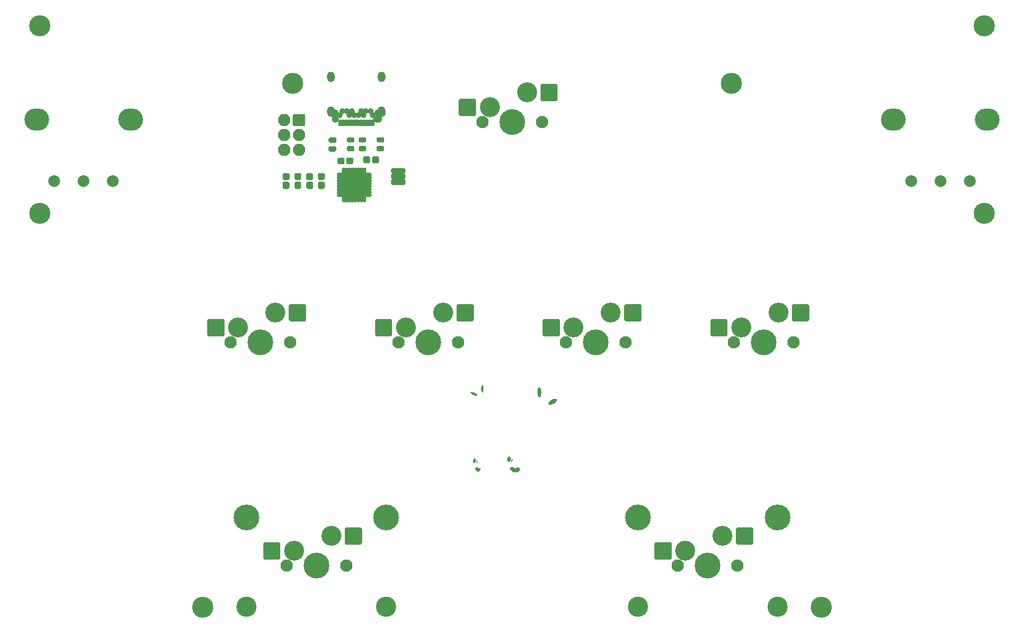
<source format=gbs>
G04 #@! TF.GenerationSoftware,KiCad,Pcbnew,(5.1.10)-1*
G04 #@! TF.CreationDate,2021-06-02T00:04:46-04:00*
G04 #@! TF.ProjectId,PocketVoltex,506f636b-6574-4566-9f6c-7465782e6b69,7*
G04 #@! TF.SameCoordinates,Original*
G04 #@! TF.FileFunction,Soldermask,Bot*
G04 #@! TF.FilePolarity,Negative*
%FSLAX46Y46*%
G04 Gerber Fmt 4.6, Leading zero omitted, Abs format (unit mm)*
G04 Created by KiCad (PCBNEW (5.1.10)-1) date 2021-06-02 00:04:46*
%MOMM*%
%LPD*%
G01*
G04 APERTURE LIST*
%ADD10C,0.010000*%
%ADD11O,2.100000X2.100000*%
%ADD12C,3.600000*%
%ADD13C,2.000000*%
%ADD14O,4.200000X3.800000*%
%ADD15C,4.400000*%
%ADD16C,2.100000*%
%ADD17C,3.450000*%
%ADD18C,3.400000*%
%ADD19C,1.250000*%
%ADD20O,1.550000X1.250000*%
%ADD21O,1.300000X1.800000*%
%ADD22O,1.950000X1.300000*%
%ADD23C,1.000000*%
G04 APERTURE END LIST*
D10*
G36*
X132030178Y-151397189D02*
G01*
X132048965Y-151415976D01*
X132067751Y-151397189D01*
X132048965Y-151378402D01*
X132030178Y-151397189D01*
G37*
X132030178Y-151397189D02*
X132048965Y-151415976D01*
X132067751Y-151397189D01*
X132048965Y-151378402D01*
X132030178Y-151397189D01*
G36*
X155144241Y-124792894D02*
G01*
X155069613Y-124837719D01*
X154981921Y-124918261D01*
X154901344Y-125012058D01*
X154848058Y-125096646D01*
X154837574Y-125134295D01*
X154866790Y-125201874D01*
X154943322Y-125293567D01*
X155050490Y-125394089D01*
X155171618Y-125488158D01*
X155290028Y-125560488D01*
X155316169Y-125572906D01*
X155474250Y-125624189D01*
X155658009Y-125656269D01*
X155837654Y-125666050D01*
X155983392Y-125650436D01*
X156004561Y-125644418D01*
X156155378Y-125580806D01*
X156294631Y-125497010D01*
X156408317Y-125404676D01*
X156482438Y-125315451D01*
X156502992Y-125240983D01*
X156500580Y-125231777D01*
X156423155Y-125090547D01*
X156309173Y-124965181D01*
X156222750Y-124904927D01*
X156150813Y-124872765D01*
X156097087Y-124874361D01*
X156033105Y-124916396D01*
X155980174Y-124961855D01*
X155835848Y-125054590D01*
X155689769Y-125077097D01*
X155536268Y-125028657D01*
X155369677Y-124908552D01*
X155339190Y-124880523D01*
X155240354Y-124804926D01*
X155161294Y-124788872D01*
X155144241Y-124792894D01*
G37*
X155144241Y-124792894D02*
X155069613Y-124837719D01*
X154981921Y-124918261D01*
X154901344Y-125012058D01*
X154848058Y-125096646D01*
X154837574Y-125134295D01*
X154866790Y-125201874D01*
X154943322Y-125293567D01*
X155050490Y-125394089D01*
X155171618Y-125488158D01*
X155290028Y-125560488D01*
X155316169Y-125572906D01*
X155474250Y-125624189D01*
X155658009Y-125656269D01*
X155837654Y-125666050D01*
X155983392Y-125650436D01*
X156004561Y-125644418D01*
X156155378Y-125580806D01*
X156294631Y-125497010D01*
X156408317Y-125404676D01*
X156482438Y-125315451D01*
X156502992Y-125240983D01*
X156500580Y-125231777D01*
X156423155Y-125090547D01*
X156309173Y-124965181D01*
X156222750Y-124904927D01*
X156150813Y-124872765D01*
X156097087Y-124874361D01*
X156033105Y-124916396D01*
X155980174Y-124961855D01*
X155835848Y-125054590D01*
X155689769Y-125077097D01*
X155536268Y-125028657D01*
X155369677Y-124908552D01*
X155339190Y-124880523D01*
X155240354Y-124804926D01*
X155161294Y-124788872D01*
X155144241Y-124792894D01*
G36*
X149085430Y-124882102D02*
G01*
X148997233Y-124934813D01*
X148987524Y-124942919D01*
X148882101Y-125034654D01*
X148976036Y-125212668D01*
X149088890Y-125378050D01*
X149220270Y-125492200D01*
X149358811Y-125549529D01*
X149493150Y-125544448D01*
X149571891Y-125505706D01*
X149645497Y-125431196D01*
X149706226Y-125330722D01*
X149750386Y-125219972D01*
X149774284Y-125114632D01*
X149774226Y-125030388D01*
X149746519Y-124982929D01*
X149694537Y-124984776D01*
X149603064Y-125018153D01*
X149572214Y-125027764D01*
X149502303Y-125023725D01*
X149411077Y-124991923D01*
X149327264Y-124945963D01*
X149279591Y-124899448D01*
X149276627Y-124887792D01*
X149247819Y-124854264D01*
X149176523Y-124853810D01*
X149085430Y-124882102D01*
G37*
X149085430Y-124882102D02*
X148997233Y-124934813D01*
X148987524Y-124942919D01*
X148882101Y-125034654D01*
X148976036Y-125212668D01*
X149088890Y-125378050D01*
X149220270Y-125492200D01*
X149358811Y-125549529D01*
X149493150Y-125544448D01*
X149571891Y-125505706D01*
X149645497Y-125431196D01*
X149706226Y-125330722D01*
X149750386Y-125219972D01*
X149774284Y-125114632D01*
X149774226Y-125030388D01*
X149746519Y-124982929D01*
X149694537Y-124984776D01*
X149603064Y-125018153D01*
X149572214Y-125027764D01*
X149502303Y-125023725D01*
X149411077Y-124991923D01*
X149327264Y-124945963D01*
X149279591Y-124899448D01*
X149276627Y-124887792D01*
X149247819Y-124854264D01*
X149176523Y-124853810D01*
X149085430Y-124882102D01*
G36*
X148761060Y-123367259D02*
G01*
X148725206Y-123386907D01*
X148671119Y-123453677D01*
X148620866Y-123571018D01*
X148582345Y-123714461D01*
X148563458Y-123859539D01*
X148562722Y-123890090D01*
X148588525Y-123987689D01*
X148651967Y-124052509D01*
X148732095Y-124067278D01*
X148763529Y-124055637D01*
X148848183Y-123969960D01*
X148905720Y-123838369D01*
X148931800Y-123686561D01*
X148922083Y-123540235D01*
X148872229Y-123425088D01*
X148870399Y-123422792D01*
X148813328Y-123366718D01*
X148761060Y-123367259D01*
G37*
X148761060Y-123367259D02*
X148725206Y-123386907D01*
X148671119Y-123453677D01*
X148620866Y-123571018D01*
X148582345Y-123714461D01*
X148563458Y-123859539D01*
X148562722Y-123890090D01*
X148588525Y-123987689D01*
X148651967Y-124052509D01*
X148732095Y-124067278D01*
X148763529Y-124055637D01*
X148848183Y-123969960D01*
X148905720Y-123838369D01*
X148931800Y-123686561D01*
X148922083Y-123540235D01*
X148872229Y-123425088D01*
X148870399Y-123422792D01*
X148813328Y-123366718D01*
X148761060Y-123367259D01*
G36*
X149195716Y-123750795D02*
G01*
X149164957Y-123815134D01*
X149131357Y-123932340D01*
X149133403Y-124005722D01*
X149159724Y-124024556D01*
X149187652Y-123991669D01*
X149214109Y-123910447D01*
X149218508Y-123889208D01*
X149230745Y-123784582D01*
X149221582Y-123736278D01*
X149195716Y-123750795D01*
G37*
X149195716Y-123750795D02*
X149164957Y-123815134D01*
X149131357Y-123932340D01*
X149133403Y-124005722D01*
X149159724Y-124024556D01*
X149187652Y-123991669D01*
X149214109Y-123910447D01*
X149218508Y-123889208D01*
X149230745Y-123784582D01*
X149221582Y-123736278D01*
X149195716Y-123750795D01*
G36*
X155174788Y-123445879D02*
G01*
X155142084Y-123508508D01*
X155125842Y-123544281D01*
X155083775Y-123663637D01*
X155064975Y-123771838D01*
X155071083Y-123848660D01*
X155099083Y-123874260D01*
X155131610Y-123841875D01*
X155168239Y-123761208D01*
X155177859Y-123731707D01*
X155202155Y-123613735D01*
X155206269Y-123509432D01*
X155204618Y-123496869D01*
X155192158Y-123444090D01*
X155174788Y-123445879D01*
G37*
X155174788Y-123445879D02*
X155142084Y-123508508D01*
X155125842Y-123544281D01*
X155083775Y-123663637D01*
X155064975Y-123771838D01*
X155071083Y-123848660D01*
X155099083Y-123874260D01*
X155131610Y-123841875D01*
X155168239Y-123761208D01*
X155177859Y-123731707D01*
X155202155Y-123613735D01*
X155206269Y-123509432D01*
X155204618Y-123496869D01*
X155192158Y-123444090D01*
X155174788Y-123445879D01*
G36*
X154534337Y-123125405D02*
G01*
X154524828Y-123132904D01*
X154462714Y-123193816D01*
X154426065Y-123268182D01*
X154404797Y-123381214D01*
X154397603Y-123450893D01*
X154399099Y-123640373D01*
X154439296Y-123777832D01*
X154513603Y-123858132D01*
X154617430Y-123876135D01*
X154737766Y-123831706D01*
X154821401Y-123744521D01*
X154879424Y-123610181D01*
X154908381Y-123453338D01*
X154904819Y-123298644D01*
X154865282Y-123170750D01*
X154836110Y-123129866D01*
X154744039Y-123061352D01*
X154648231Y-123059819D01*
X154534337Y-123125405D01*
G37*
X154534337Y-123125405D02*
X154524828Y-123132904D01*
X154462714Y-123193816D01*
X154426065Y-123268182D01*
X154404797Y-123381214D01*
X154397603Y-123450893D01*
X154399099Y-123640373D01*
X154439296Y-123777832D01*
X154513603Y-123858132D01*
X154617430Y-123876135D01*
X154737766Y-123831706D01*
X154821401Y-123744521D01*
X154879424Y-123610181D01*
X154908381Y-123453338D01*
X154904819Y-123298644D01*
X154865282Y-123170750D01*
X154836110Y-123129866D01*
X154744039Y-123061352D01*
X154648231Y-123059819D01*
X154534337Y-123125405D01*
G36*
X162300293Y-113223207D02*
G01*
X162082661Y-113301899D01*
X161867178Y-113413295D01*
X161670305Y-113548814D01*
X161508501Y-113699875D01*
X161398230Y-113857897D01*
X161393962Y-113866673D01*
X161354232Y-113956999D01*
X161349943Y-114008685D01*
X161383630Y-114050650D01*
X161412161Y-114074317D01*
X161518619Y-114126785D01*
X161660781Y-114135063D01*
X161848997Y-114099092D01*
X161942640Y-114071298D01*
X162138846Y-113993010D01*
X162321001Y-113891947D01*
X162482628Y-113775816D01*
X162617253Y-113652323D01*
X162718400Y-113529175D01*
X162779594Y-113414079D01*
X162794360Y-113314742D01*
X162756223Y-113238871D01*
X162676158Y-113198260D01*
X162503612Y-113185800D01*
X162300293Y-113223207D01*
G37*
X162300293Y-113223207D02*
X162082661Y-113301899D01*
X161867178Y-113413295D01*
X161670305Y-113548814D01*
X161508501Y-113699875D01*
X161398230Y-113857897D01*
X161393962Y-113866673D01*
X161354232Y-113956999D01*
X161349943Y-114008685D01*
X161383630Y-114050650D01*
X161412161Y-114074317D01*
X161518619Y-114126785D01*
X161660781Y-114135063D01*
X161848997Y-114099092D01*
X161942640Y-114071298D01*
X162138846Y-113993010D01*
X162321001Y-113891947D01*
X162482628Y-113775816D01*
X162617253Y-113652323D01*
X162718400Y-113529175D01*
X162779594Y-113414079D01*
X162794360Y-113314742D01*
X162756223Y-113238871D01*
X162676158Y-113198260D01*
X162503612Y-113185800D01*
X162300293Y-113223207D01*
G36*
X159707802Y-111283597D02*
G01*
X159639847Y-111376347D01*
X159584588Y-111520084D01*
X159545943Y-111708784D01*
X159527832Y-111936420D01*
X159527034Y-112019674D01*
X159545491Y-112291376D01*
X159594647Y-112522721D01*
X159671290Y-112701521D01*
X159726416Y-112775652D01*
X159801217Y-112845517D01*
X159855481Y-112855033D01*
X159914901Y-112803093D01*
X159944779Y-112766249D01*
X160034420Y-112601087D01*
X160088122Y-112377295D01*
X160106849Y-112090764D01*
X160106884Y-112076035D01*
X160091190Y-111797973D01*
X160041573Y-111571842D01*
X159954234Y-111380729D01*
X159948646Y-111371524D01*
X159866121Y-111275160D01*
X159784533Y-111247859D01*
X159707802Y-111283597D01*
G37*
X159707802Y-111283597D02*
X159639847Y-111376347D01*
X159584588Y-111520084D01*
X159545943Y-111708784D01*
X159527832Y-111936420D01*
X159527034Y-112019674D01*
X159545491Y-112291376D01*
X159594647Y-112522721D01*
X159671290Y-112701521D01*
X159726416Y-112775652D01*
X159801217Y-112845517D01*
X159855481Y-112855033D01*
X159914901Y-112803093D01*
X159944779Y-112766249D01*
X160034420Y-112601087D01*
X160088122Y-112377295D01*
X160106849Y-112090764D01*
X160106884Y-112076035D01*
X160091190Y-111797973D01*
X160041573Y-111571842D01*
X159954234Y-111380729D01*
X159948646Y-111371524D01*
X159866121Y-111275160D01*
X159784533Y-111247859D01*
X159707802Y-111283597D01*
G36*
X148104932Y-112059500D02*
G01*
X148098337Y-112067477D01*
X148107319Y-112118471D01*
X148167703Y-112193796D01*
X148265461Y-112280825D01*
X148386563Y-112366932D01*
X148505587Y-112434019D01*
X148668795Y-112500734D01*
X148840044Y-112549829D01*
X148993837Y-112575330D01*
X149098151Y-112572788D01*
X149150891Y-112551026D01*
X149153059Y-112511654D01*
X149100988Y-112445180D01*
X149018525Y-112366751D01*
X148905234Y-112284114D01*
X148759855Y-112205823D01*
X148598197Y-112137019D01*
X148436067Y-112082843D01*
X148289274Y-112048437D01*
X148173626Y-112038942D01*
X148104932Y-112059500D01*
G37*
X148104932Y-112059500D02*
X148098337Y-112067477D01*
X148107319Y-112118471D01*
X148167703Y-112193796D01*
X148265461Y-112280825D01*
X148386563Y-112366932D01*
X148505587Y-112434019D01*
X148668795Y-112500734D01*
X148840044Y-112549829D01*
X148993837Y-112575330D01*
X149098151Y-112572788D01*
X149150891Y-112551026D01*
X149153059Y-112511654D01*
X149100988Y-112445180D01*
X149018525Y-112366751D01*
X148905234Y-112284114D01*
X148759855Y-112205823D01*
X148598197Y-112137019D01*
X148436067Y-112082843D01*
X148289274Y-112048437D01*
X148173626Y-112038942D01*
X148104932Y-112059500D01*
G36*
X150078583Y-110889101D02*
G01*
X150021548Y-110963876D01*
X150007056Y-110990768D01*
X149957909Y-111138770D01*
X149931927Y-111330115D01*
X149930016Y-111536371D01*
X149953083Y-111729104D01*
X149980320Y-111829324D01*
X150039380Y-111963530D01*
X150093528Y-112022977D01*
X150143139Y-112007868D01*
X150181397Y-111938187D01*
X150233063Y-111748792D01*
X150259001Y-111531544D01*
X150259232Y-111310861D01*
X150233779Y-111111158D01*
X150182666Y-110956851D01*
X150180484Y-110952706D01*
X150129130Y-110885911D01*
X150078583Y-110889101D01*
G37*
X150078583Y-110889101D02*
X150021548Y-110963876D01*
X150007056Y-110990768D01*
X149957909Y-111138770D01*
X149931927Y-111330115D01*
X149930016Y-111536371D01*
X149953083Y-111729104D01*
X149980320Y-111829324D01*
X150039380Y-111963530D01*
X150093528Y-112022977D01*
X150143139Y-112007868D01*
X150181397Y-111938187D01*
X150233063Y-111748792D01*
X150259001Y-111531544D01*
X150259232Y-111310861D01*
X150233779Y-111111158D01*
X150182666Y-110956851D01*
X150180484Y-110952706D01*
X150129130Y-110885911D01*
X150078583Y-110889101D01*
G36*
G01*
X133215800Y-69448400D02*
X132315800Y-69448400D01*
G75*
G02*
X132115800Y-69248400I0J200000D01*
G01*
X132115800Y-68748400D01*
G75*
G02*
X132315800Y-68548400I200000J0D01*
G01*
X133215800Y-68548400D01*
G75*
G02*
X133415800Y-68748400I0J-200000D01*
G01*
X133415800Y-69248400D01*
G75*
G02*
X133215800Y-69448400I-200000J0D01*
G01*
G37*
G36*
G01*
X133215800Y-70948400D02*
X132315800Y-70948400D01*
G75*
G02*
X132115800Y-70748400I0J200000D01*
G01*
X132115800Y-70248400D01*
G75*
G02*
X132315800Y-70048400I200000J0D01*
G01*
X133215800Y-70048400D01*
G75*
G02*
X133415800Y-70248400I0J-200000D01*
G01*
X133415800Y-70748400D01*
G75*
G02*
X133215800Y-70948400I-200000J0D01*
G01*
G37*
G36*
G01*
X131250000Y-74825000D02*
X131250000Y-75075000D01*
G75*
G02*
X131050000Y-75275000I-200000J0D01*
G01*
X130350000Y-75275000D01*
G75*
G02*
X130150000Y-75075000I0J200000D01*
G01*
X130150000Y-74825000D01*
G75*
G02*
X130350000Y-74625000I200000J0D01*
G01*
X131050000Y-74625000D01*
G75*
G02*
X131250000Y-74825000I0J-200000D01*
G01*
G37*
G36*
G01*
X131250000Y-75325000D02*
X131250000Y-75575000D01*
G75*
G02*
X131050000Y-75775000I-200000J0D01*
G01*
X130350000Y-75775000D01*
G75*
G02*
X130150000Y-75575000I0J200000D01*
G01*
X130150000Y-75325000D01*
G75*
G02*
X130350000Y-75125000I200000J0D01*
G01*
X131050000Y-75125000D01*
G75*
G02*
X131250000Y-75325000I0J-200000D01*
G01*
G37*
G36*
G01*
X131250000Y-75825000D02*
X131250000Y-76075000D01*
G75*
G02*
X131050000Y-76275000I-200000J0D01*
G01*
X130350000Y-76275000D01*
G75*
G02*
X130150000Y-76075000I0J200000D01*
G01*
X130150000Y-75825000D01*
G75*
G02*
X130350000Y-75625000I200000J0D01*
G01*
X131050000Y-75625000D01*
G75*
G02*
X131250000Y-75825000I0J-200000D01*
G01*
G37*
G36*
G01*
X131250000Y-76325000D02*
X131250000Y-76575000D01*
G75*
G02*
X131050000Y-76775000I-200000J0D01*
G01*
X130350000Y-76775000D01*
G75*
G02*
X130150000Y-76575000I0J200000D01*
G01*
X130150000Y-76325000D01*
G75*
G02*
X130350000Y-76125000I200000J0D01*
G01*
X131050000Y-76125000D01*
G75*
G02*
X131250000Y-76325000I0J-200000D01*
G01*
G37*
G36*
G01*
X131250000Y-76825000D02*
X131250000Y-77075000D01*
G75*
G02*
X131050000Y-77275000I-200000J0D01*
G01*
X130350000Y-77275000D01*
G75*
G02*
X130150000Y-77075000I0J200000D01*
G01*
X130150000Y-76825000D01*
G75*
G02*
X130350000Y-76625000I200000J0D01*
G01*
X131050000Y-76625000D01*
G75*
G02*
X131250000Y-76825000I0J-200000D01*
G01*
G37*
G36*
G01*
X131250000Y-77325000D02*
X131250000Y-77575000D01*
G75*
G02*
X131050000Y-77775000I-200000J0D01*
G01*
X130350000Y-77775000D01*
G75*
G02*
X130150000Y-77575000I0J200000D01*
G01*
X130150000Y-77325000D01*
G75*
G02*
X130350000Y-77125000I200000J0D01*
G01*
X131050000Y-77125000D01*
G75*
G02*
X131250000Y-77325000I0J-200000D01*
G01*
G37*
G36*
G01*
X131250000Y-77825000D02*
X131250000Y-78075000D01*
G75*
G02*
X131050000Y-78275000I-200000J0D01*
G01*
X130350000Y-78275000D01*
G75*
G02*
X130150000Y-78075000I0J200000D01*
G01*
X130150000Y-77825000D01*
G75*
G02*
X130350000Y-77625000I200000J0D01*
G01*
X131050000Y-77625000D01*
G75*
G02*
X131250000Y-77825000I0J-200000D01*
G01*
G37*
G36*
G01*
X131250000Y-78325000D02*
X131250000Y-78575000D01*
G75*
G02*
X131050000Y-78775000I-200000J0D01*
G01*
X130350000Y-78775000D01*
G75*
G02*
X130150000Y-78575000I0J200000D01*
G01*
X130150000Y-78325000D01*
G75*
G02*
X130350000Y-78125000I200000J0D01*
G01*
X131050000Y-78125000D01*
G75*
G02*
X131250000Y-78325000I0J-200000D01*
G01*
G37*
G36*
G01*
X130175000Y-79650000D02*
X129925000Y-79650000D01*
G75*
G02*
X129725000Y-79450000I0J200000D01*
G01*
X129725000Y-78750000D01*
G75*
G02*
X129925000Y-78550000I200000J0D01*
G01*
X130175000Y-78550000D01*
G75*
G02*
X130375000Y-78750000I0J-200000D01*
G01*
X130375000Y-79450000D01*
G75*
G02*
X130175000Y-79650000I-200000J0D01*
G01*
G37*
G36*
G01*
X129675000Y-79650000D02*
X129425000Y-79650000D01*
G75*
G02*
X129225000Y-79450000I0J200000D01*
G01*
X129225000Y-78750000D01*
G75*
G02*
X129425000Y-78550000I200000J0D01*
G01*
X129675000Y-78550000D01*
G75*
G02*
X129875000Y-78750000I0J-200000D01*
G01*
X129875000Y-79450000D01*
G75*
G02*
X129675000Y-79650000I-200000J0D01*
G01*
G37*
G36*
G01*
X129175000Y-79650000D02*
X128925000Y-79650000D01*
G75*
G02*
X128725000Y-79450000I0J200000D01*
G01*
X128725000Y-78750000D01*
G75*
G02*
X128925000Y-78550000I200000J0D01*
G01*
X129175000Y-78550000D01*
G75*
G02*
X129375000Y-78750000I0J-200000D01*
G01*
X129375000Y-79450000D01*
G75*
G02*
X129175000Y-79650000I-200000J0D01*
G01*
G37*
G36*
G01*
X128675000Y-79650000D02*
X128425000Y-79650000D01*
G75*
G02*
X128225000Y-79450000I0J200000D01*
G01*
X128225000Y-78750000D01*
G75*
G02*
X128425000Y-78550000I200000J0D01*
G01*
X128675000Y-78550000D01*
G75*
G02*
X128875000Y-78750000I0J-200000D01*
G01*
X128875000Y-79450000D01*
G75*
G02*
X128675000Y-79650000I-200000J0D01*
G01*
G37*
G36*
G01*
X128175000Y-79650000D02*
X127925000Y-79650000D01*
G75*
G02*
X127725000Y-79450000I0J200000D01*
G01*
X127725000Y-78750000D01*
G75*
G02*
X127925000Y-78550000I200000J0D01*
G01*
X128175000Y-78550000D01*
G75*
G02*
X128375000Y-78750000I0J-200000D01*
G01*
X128375000Y-79450000D01*
G75*
G02*
X128175000Y-79650000I-200000J0D01*
G01*
G37*
G36*
G01*
X127675000Y-79650000D02*
X127425000Y-79650000D01*
G75*
G02*
X127225000Y-79450000I0J200000D01*
G01*
X127225000Y-78750000D01*
G75*
G02*
X127425000Y-78550000I200000J0D01*
G01*
X127675000Y-78550000D01*
G75*
G02*
X127875000Y-78750000I0J-200000D01*
G01*
X127875000Y-79450000D01*
G75*
G02*
X127675000Y-79650000I-200000J0D01*
G01*
G37*
G36*
G01*
X127175000Y-79650000D02*
X126925000Y-79650000D01*
G75*
G02*
X126725000Y-79450000I0J200000D01*
G01*
X126725000Y-78750000D01*
G75*
G02*
X126925000Y-78550000I200000J0D01*
G01*
X127175000Y-78550000D01*
G75*
G02*
X127375000Y-78750000I0J-200000D01*
G01*
X127375000Y-79450000D01*
G75*
G02*
X127175000Y-79650000I-200000J0D01*
G01*
G37*
G36*
G01*
X126675000Y-79650000D02*
X126425000Y-79650000D01*
G75*
G02*
X126225000Y-79450000I0J200000D01*
G01*
X126225000Y-78750000D01*
G75*
G02*
X126425000Y-78550000I200000J0D01*
G01*
X126675000Y-78550000D01*
G75*
G02*
X126875000Y-78750000I0J-200000D01*
G01*
X126875000Y-79450000D01*
G75*
G02*
X126675000Y-79650000I-200000J0D01*
G01*
G37*
G36*
G01*
X126450000Y-78325000D02*
X126450000Y-78575000D01*
G75*
G02*
X126250000Y-78775000I-200000J0D01*
G01*
X125550000Y-78775000D01*
G75*
G02*
X125350000Y-78575000I0J200000D01*
G01*
X125350000Y-78325000D01*
G75*
G02*
X125550000Y-78125000I200000J0D01*
G01*
X126250000Y-78125000D01*
G75*
G02*
X126450000Y-78325000I0J-200000D01*
G01*
G37*
G36*
G01*
X126450000Y-77825000D02*
X126450000Y-78075000D01*
G75*
G02*
X126250000Y-78275000I-200000J0D01*
G01*
X125550000Y-78275000D01*
G75*
G02*
X125350000Y-78075000I0J200000D01*
G01*
X125350000Y-77825000D01*
G75*
G02*
X125550000Y-77625000I200000J0D01*
G01*
X126250000Y-77625000D01*
G75*
G02*
X126450000Y-77825000I0J-200000D01*
G01*
G37*
G36*
G01*
X126450000Y-77325000D02*
X126450000Y-77575000D01*
G75*
G02*
X126250000Y-77775000I-200000J0D01*
G01*
X125550000Y-77775000D01*
G75*
G02*
X125350000Y-77575000I0J200000D01*
G01*
X125350000Y-77325000D01*
G75*
G02*
X125550000Y-77125000I200000J0D01*
G01*
X126250000Y-77125000D01*
G75*
G02*
X126450000Y-77325000I0J-200000D01*
G01*
G37*
G36*
G01*
X126450000Y-76825000D02*
X126450000Y-77075000D01*
G75*
G02*
X126250000Y-77275000I-200000J0D01*
G01*
X125550000Y-77275000D01*
G75*
G02*
X125350000Y-77075000I0J200000D01*
G01*
X125350000Y-76825000D01*
G75*
G02*
X125550000Y-76625000I200000J0D01*
G01*
X126250000Y-76625000D01*
G75*
G02*
X126450000Y-76825000I0J-200000D01*
G01*
G37*
G36*
G01*
X126450000Y-76325000D02*
X126450000Y-76575000D01*
G75*
G02*
X126250000Y-76775000I-200000J0D01*
G01*
X125550000Y-76775000D01*
G75*
G02*
X125350000Y-76575000I0J200000D01*
G01*
X125350000Y-76325000D01*
G75*
G02*
X125550000Y-76125000I200000J0D01*
G01*
X126250000Y-76125000D01*
G75*
G02*
X126450000Y-76325000I0J-200000D01*
G01*
G37*
G36*
G01*
X126450000Y-75825000D02*
X126450000Y-76075000D01*
G75*
G02*
X126250000Y-76275000I-200000J0D01*
G01*
X125550000Y-76275000D01*
G75*
G02*
X125350000Y-76075000I0J200000D01*
G01*
X125350000Y-75825000D01*
G75*
G02*
X125550000Y-75625000I200000J0D01*
G01*
X126250000Y-75625000D01*
G75*
G02*
X126450000Y-75825000I0J-200000D01*
G01*
G37*
G36*
G01*
X126450000Y-75325000D02*
X126450000Y-75575000D01*
G75*
G02*
X126250000Y-75775000I-200000J0D01*
G01*
X125550000Y-75775000D01*
G75*
G02*
X125350000Y-75575000I0J200000D01*
G01*
X125350000Y-75325000D01*
G75*
G02*
X125550000Y-75125000I200000J0D01*
G01*
X126250000Y-75125000D01*
G75*
G02*
X126450000Y-75325000I0J-200000D01*
G01*
G37*
G36*
G01*
X126450000Y-74825000D02*
X126450000Y-75075000D01*
G75*
G02*
X126250000Y-75275000I-200000J0D01*
G01*
X125550000Y-75275000D01*
G75*
G02*
X125350000Y-75075000I0J200000D01*
G01*
X125350000Y-74825000D01*
G75*
G02*
X125550000Y-74625000I200000J0D01*
G01*
X126250000Y-74625000D01*
G75*
G02*
X126450000Y-74825000I0J-200000D01*
G01*
G37*
G36*
G01*
X126675000Y-74850000D02*
X126425000Y-74850000D01*
G75*
G02*
X126225000Y-74650000I0J200000D01*
G01*
X126225000Y-73950000D01*
G75*
G02*
X126425000Y-73750000I200000J0D01*
G01*
X126675000Y-73750000D01*
G75*
G02*
X126875000Y-73950000I0J-200000D01*
G01*
X126875000Y-74650000D01*
G75*
G02*
X126675000Y-74850000I-200000J0D01*
G01*
G37*
G36*
G01*
X127175000Y-74850000D02*
X126925000Y-74850000D01*
G75*
G02*
X126725000Y-74650000I0J200000D01*
G01*
X126725000Y-73950000D01*
G75*
G02*
X126925000Y-73750000I200000J0D01*
G01*
X127175000Y-73750000D01*
G75*
G02*
X127375000Y-73950000I0J-200000D01*
G01*
X127375000Y-74650000D01*
G75*
G02*
X127175000Y-74850000I-200000J0D01*
G01*
G37*
G36*
G01*
X127675000Y-74850000D02*
X127425000Y-74850000D01*
G75*
G02*
X127225000Y-74650000I0J200000D01*
G01*
X127225000Y-73950000D01*
G75*
G02*
X127425000Y-73750000I200000J0D01*
G01*
X127675000Y-73750000D01*
G75*
G02*
X127875000Y-73950000I0J-200000D01*
G01*
X127875000Y-74650000D01*
G75*
G02*
X127675000Y-74850000I-200000J0D01*
G01*
G37*
G36*
G01*
X128175000Y-74850000D02*
X127925000Y-74850000D01*
G75*
G02*
X127725000Y-74650000I0J200000D01*
G01*
X127725000Y-73950000D01*
G75*
G02*
X127925000Y-73750000I200000J0D01*
G01*
X128175000Y-73750000D01*
G75*
G02*
X128375000Y-73950000I0J-200000D01*
G01*
X128375000Y-74650000D01*
G75*
G02*
X128175000Y-74850000I-200000J0D01*
G01*
G37*
G36*
G01*
X128675000Y-74850000D02*
X128425000Y-74850000D01*
G75*
G02*
X128225000Y-74650000I0J200000D01*
G01*
X128225000Y-73950000D01*
G75*
G02*
X128425000Y-73750000I200000J0D01*
G01*
X128675000Y-73750000D01*
G75*
G02*
X128875000Y-73950000I0J-200000D01*
G01*
X128875000Y-74650000D01*
G75*
G02*
X128675000Y-74850000I-200000J0D01*
G01*
G37*
G36*
G01*
X129175000Y-74850000D02*
X128925000Y-74850000D01*
G75*
G02*
X128725000Y-74650000I0J200000D01*
G01*
X128725000Y-73950000D01*
G75*
G02*
X128925000Y-73750000I200000J0D01*
G01*
X129175000Y-73750000D01*
G75*
G02*
X129375000Y-73950000I0J-200000D01*
G01*
X129375000Y-74650000D01*
G75*
G02*
X129175000Y-74850000I-200000J0D01*
G01*
G37*
G36*
G01*
X129675000Y-74850000D02*
X129425000Y-74850000D01*
G75*
G02*
X129225000Y-74650000I0J200000D01*
G01*
X129225000Y-73950000D01*
G75*
G02*
X129425000Y-73750000I200000J0D01*
G01*
X129675000Y-73750000D01*
G75*
G02*
X129875000Y-73950000I0J-200000D01*
G01*
X129875000Y-74650000D01*
G75*
G02*
X129675000Y-74850000I-200000J0D01*
G01*
G37*
G36*
G01*
X130175000Y-74850000D02*
X129925000Y-74850000D01*
G75*
G02*
X129725000Y-74650000I0J200000D01*
G01*
X129725000Y-73950000D01*
G75*
G02*
X129925000Y-73750000I200000J0D01*
G01*
X130175000Y-73750000D01*
G75*
G02*
X130375000Y-73950000I0J-200000D01*
G01*
X130375000Y-74650000D01*
G75*
G02*
X130175000Y-74850000I-200000J0D01*
G01*
G37*
G36*
G01*
X128500000Y-76700000D02*
X128500000Y-78425000D01*
G75*
G02*
X128300000Y-78625000I-200000J0D01*
G01*
X126575000Y-78625000D01*
G75*
G02*
X126375000Y-78425000I0J200000D01*
G01*
X126375000Y-76700000D01*
G75*
G02*
X126575000Y-76500000I200000J0D01*
G01*
X128300000Y-76500000D01*
G75*
G02*
X128500000Y-76700000I0J-200000D01*
G01*
G37*
G36*
G01*
X128500000Y-74975000D02*
X128500000Y-76700000D01*
G75*
G02*
X128300000Y-76900000I-200000J0D01*
G01*
X126575000Y-76900000D01*
G75*
G02*
X126375000Y-76700000I0J200000D01*
G01*
X126375000Y-74975000D01*
G75*
G02*
X126575000Y-74775000I200000J0D01*
G01*
X128300000Y-74775000D01*
G75*
G02*
X128500000Y-74975000I0J-200000D01*
G01*
G37*
G36*
G01*
X130225000Y-76700000D02*
X130225000Y-78425000D01*
G75*
G02*
X130025000Y-78625000I-200000J0D01*
G01*
X128300000Y-78625000D01*
G75*
G02*
X128100000Y-78425000I0J200000D01*
G01*
X128100000Y-76700000D01*
G75*
G02*
X128300000Y-76500000I200000J0D01*
G01*
X130025000Y-76500000D01*
G75*
G02*
X130225000Y-76700000I0J-200000D01*
G01*
G37*
G36*
G01*
X130225000Y-74975000D02*
X130225000Y-76700000D01*
G75*
G02*
X130025000Y-76900000I-200000J0D01*
G01*
X128300000Y-76900000D01*
G75*
G02*
X128100000Y-76700000I0J200000D01*
G01*
X128100000Y-74975000D01*
G75*
G02*
X128300000Y-74775000I200000J0D01*
G01*
X130025000Y-74775000D01*
G75*
G02*
X130225000Y-74975000I0J-200000D01*
G01*
G37*
G36*
G01*
X119950000Y-64770000D02*
X119950000Y-66470000D01*
G75*
G02*
X119750000Y-66670000I-200000J0D01*
G01*
X118050000Y-66670000D01*
G75*
G02*
X117850000Y-66470000I0J200000D01*
G01*
X117850000Y-64770000D01*
G75*
G02*
X118050000Y-64570000I200000J0D01*
G01*
X119750000Y-64570000D01*
G75*
G02*
X119950000Y-64770000I0J-200000D01*
G01*
G37*
D11*
X116360000Y-65620000D03*
X118900000Y-68160000D03*
X116360000Y-68160000D03*
X118900000Y-70700000D03*
X116360000Y-70700000D03*
D12*
X102468000Y-148792000D03*
D13*
X77200000Y-76000000D03*
X87200000Y-76000000D03*
X82200000Y-76000000D03*
D14*
X90200000Y-65500000D03*
X74200000Y-65500000D03*
D13*
X223200000Y-76000000D03*
X233200000Y-76000000D03*
X228200000Y-76000000D03*
D14*
X236200000Y-65500000D03*
X220200000Y-65500000D03*
G36*
G01*
X134800000Y-73800000D02*
X136800000Y-73800000D01*
G75*
G02*
X137000000Y-74000000I0J-200000D01*
G01*
X137000000Y-74600000D01*
G75*
G02*
X136800000Y-74800000I-200000J0D01*
G01*
X134800000Y-74800000D01*
G75*
G02*
X134600000Y-74600000I0J200000D01*
G01*
X134600000Y-74000000D01*
G75*
G02*
X134800000Y-73800000I200000J0D01*
G01*
G37*
G36*
G01*
X134800000Y-74750000D02*
X136800000Y-74750000D01*
G75*
G02*
X137000000Y-74950000I0J-200000D01*
G01*
X137000000Y-75550000D01*
G75*
G02*
X136800000Y-75750000I-200000J0D01*
G01*
X134800000Y-75750000D01*
G75*
G02*
X134600000Y-75550000I0J200000D01*
G01*
X134600000Y-74950000D01*
G75*
G02*
X134800000Y-74750000I200000J0D01*
G01*
G37*
G36*
G01*
X134800000Y-75700000D02*
X136800000Y-75700000D01*
G75*
G02*
X137000000Y-75900000I0J-200000D01*
G01*
X137000000Y-76500000D01*
G75*
G02*
X136800000Y-76700000I-200000J0D01*
G01*
X134800000Y-76700000D01*
G75*
G02*
X134600000Y-76500000I0J200000D01*
G01*
X134600000Y-75900000D01*
G75*
G02*
X134800000Y-75700000I200000J0D01*
G01*
G37*
D15*
X188537500Y-141692000D03*
D16*
X193617500Y-141692000D03*
X183457500Y-141692000D03*
D15*
X176637500Y-133452000D03*
X200437500Y-133452000D03*
D17*
X200437500Y-148692000D03*
X176637500Y-148692000D03*
D18*
X184727500Y-139152000D03*
X191077500Y-136612000D03*
G36*
G01*
X196312500Y-135362000D02*
X196312500Y-137862000D01*
G75*
G02*
X196112500Y-138062000I-200000J0D01*
G01*
X193562500Y-138062000D01*
G75*
G02*
X193362500Y-137862000I0J200000D01*
G01*
X193362500Y-135362000D01*
G75*
G02*
X193562500Y-135162000I200000J0D01*
G01*
X196112500Y-135162000D01*
G75*
G02*
X196312500Y-135362000I0J-200000D01*
G01*
G37*
G36*
G01*
X182412500Y-137902000D02*
X182412500Y-140402000D01*
G75*
G02*
X182212500Y-140602000I-200000J0D01*
G01*
X179662500Y-140602000D01*
G75*
G02*
X179462500Y-140402000I0J200000D01*
G01*
X179462500Y-137902000D01*
G75*
G02*
X179662500Y-137702000I200000J0D01*
G01*
X182212500Y-137702000D01*
G75*
G02*
X182412500Y-137902000I0J-200000D01*
G01*
G37*
D15*
X121862500Y-141692000D03*
D16*
X126942500Y-141692000D03*
X116782500Y-141692000D03*
D15*
X109962500Y-133452000D03*
X133762500Y-133452000D03*
D17*
X133762500Y-148692000D03*
X109962500Y-148692000D03*
D18*
X118052500Y-139152000D03*
X124402500Y-136612000D03*
G36*
G01*
X129637500Y-135362000D02*
X129637500Y-137862000D01*
G75*
G02*
X129437500Y-138062000I-200000J0D01*
G01*
X126887500Y-138062000D01*
G75*
G02*
X126687500Y-137862000I0J200000D01*
G01*
X126687500Y-135362000D01*
G75*
G02*
X126887500Y-135162000I200000J0D01*
G01*
X129437500Y-135162000D01*
G75*
G02*
X129637500Y-135362000I0J-200000D01*
G01*
G37*
G36*
G01*
X115737500Y-137902000D02*
X115737500Y-140402000D01*
G75*
G02*
X115537500Y-140602000I-200000J0D01*
G01*
X112987500Y-140602000D01*
G75*
G02*
X112787500Y-140402000I0J200000D01*
G01*
X112787500Y-137902000D01*
G75*
G02*
X112987500Y-137702000I200000J0D01*
G01*
X115537500Y-137702000D01*
G75*
G02*
X115737500Y-137902000I0J-200000D01*
G01*
G37*
D15*
X198062500Y-103592000D03*
D16*
X203142500Y-103592000D03*
X192982500Y-103592000D03*
D18*
X194252500Y-101052000D03*
X200602500Y-98512000D03*
G36*
G01*
X205837500Y-97262000D02*
X205837500Y-99762000D01*
G75*
G02*
X205637500Y-99962000I-200000J0D01*
G01*
X203087500Y-99962000D01*
G75*
G02*
X202887500Y-99762000I0J200000D01*
G01*
X202887500Y-97262000D01*
G75*
G02*
X203087500Y-97062000I200000J0D01*
G01*
X205637500Y-97062000D01*
G75*
G02*
X205837500Y-97262000I0J-200000D01*
G01*
G37*
G36*
G01*
X191937500Y-99802000D02*
X191937500Y-102302000D01*
G75*
G02*
X191737500Y-102502000I-200000J0D01*
G01*
X189187500Y-102502000D01*
G75*
G02*
X188987500Y-102302000I0J200000D01*
G01*
X188987500Y-99802000D01*
G75*
G02*
X189187500Y-99602000I200000J0D01*
G01*
X191737500Y-99602000D01*
G75*
G02*
X191937500Y-99802000I0J-200000D01*
G01*
G37*
D15*
X169487500Y-103592000D03*
D16*
X174567500Y-103592000D03*
X164407500Y-103592000D03*
D18*
X165677500Y-101052000D03*
X172027500Y-98512000D03*
G36*
G01*
X177262500Y-97262000D02*
X177262500Y-99762000D01*
G75*
G02*
X177062500Y-99962000I-200000J0D01*
G01*
X174512500Y-99962000D01*
G75*
G02*
X174312500Y-99762000I0J200000D01*
G01*
X174312500Y-97262000D01*
G75*
G02*
X174512500Y-97062000I200000J0D01*
G01*
X177062500Y-97062000D01*
G75*
G02*
X177262500Y-97262000I0J-200000D01*
G01*
G37*
G36*
G01*
X163362500Y-99802000D02*
X163362500Y-102302000D01*
G75*
G02*
X163162500Y-102502000I-200000J0D01*
G01*
X160612500Y-102502000D01*
G75*
G02*
X160412500Y-102302000I0J200000D01*
G01*
X160412500Y-99802000D01*
G75*
G02*
X160612500Y-99602000I200000J0D01*
G01*
X163162500Y-99602000D01*
G75*
G02*
X163362500Y-99802000I0J-200000D01*
G01*
G37*
D15*
X140912500Y-103592000D03*
D16*
X145992500Y-103592000D03*
X135832500Y-103592000D03*
D18*
X137102500Y-101052000D03*
X143452500Y-98512000D03*
G36*
G01*
X148687500Y-97262000D02*
X148687500Y-99762000D01*
G75*
G02*
X148487500Y-99962000I-200000J0D01*
G01*
X145937500Y-99962000D01*
G75*
G02*
X145737500Y-99762000I0J200000D01*
G01*
X145737500Y-97262000D01*
G75*
G02*
X145937500Y-97062000I200000J0D01*
G01*
X148487500Y-97062000D01*
G75*
G02*
X148687500Y-97262000I0J-200000D01*
G01*
G37*
G36*
G01*
X134787500Y-99802000D02*
X134787500Y-102302000D01*
G75*
G02*
X134587500Y-102502000I-200000J0D01*
G01*
X132037500Y-102502000D01*
G75*
G02*
X131837500Y-102302000I0J200000D01*
G01*
X131837500Y-99802000D01*
G75*
G02*
X132037500Y-99602000I200000J0D01*
G01*
X134587500Y-99602000D01*
G75*
G02*
X134787500Y-99802000I0J-200000D01*
G01*
G37*
D15*
X112337500Y-103592000D03*
D16*
X117417500Y-103592000D03*
X107257500Y-103592000D03*
D18*
X108527500Y-101052000D03*
X114877500Y-98512000D03*
G36*
G01*
X120112500Y-97262000D02*
X120112500Y-99762000D01*
G75*
G02*
X119912500Y-99962000I-200000J0D01*
G01*
X117362500Y-99962000D01*
G75*
G02*
X117162500Y-99762000I0J200000D01*
G01*
X117162500Y-97262000D01*
G75*
G02*
X117362500Y-97062000I200000J0D01*
G01*
X119912500Y-97062000D01*
G75*
G02*
X120112500Y-97262000I0J-200000D01*
G01*
G37*
G36*
G01*
X106212500Y-99802000D02*
X106212500Y-102302000D01*
G75*
G02*
X106012500Y-102502000I-200000J0D01*
G01*
X103462500Y-102502000D01*
G75*
G02*
X103262500Y-102302000I0J200000D01*
G01*
X103262500Y-99802000D01*
G75*
G02*
X103462500Y-99602000I200000J0D01*
G01*
X106012500Y-99602000D01*
G75*
G02*
X106212500Y-99802000I0J-200000D01*
G01*
G37*
D15*
X155200000Y-66000000D03*
D16*
X160280000Y-66000000D03*
X150120000Y-66000000D03*
D18*
X151390000Y-63460000D03*
X157740000Y-60920000D03*
G36*
G01*
X162975000Y-59670000D02*
X162975000Y-62170000D01*
G75*
G02*
X162775000Y-62370000I-200000J0D01*
G01*
X160225000Y-62370000D01*
G75*
G02*
X160025000Y-62170000I0J200000D01*
G01*
X160025000Y-59670000D01*
G75*
G02*
X160225000Y-59470000I200000J0D01*
G01*
X162775000Y-59470000D01*
G75*
G02*
X162975000Y-59670000I0J-200000D01*
G01*
G37*
G36*
G01*
X149075000Y-62210000D02*
X149075000Y-64710000D01*
G75*
G02*
X148875000Y-64910000I-200000J0D01*
G01*
X146325000Y-64910000D01*
G75*
G02*
X146125000Y-64710000I0J200000D01*
G01*
X146125000Y-62210000D01*
G75*
G02*
X146325000Y-62010000I200000J0D01*
G01*
X148875000Y-62010000D01*
G75*
G02*
X149075000Y-62210000I0J-200000D01*
G01*
G37*
G36*
G01*
X124150000Y-68600000D02*
X125050000Y-68600000D01*
G75*
G02*
X125250000Y-68800000I0J-200000D01*
G01*
X125250000Y-69300000D01*
G75*
G02*
X125050000Y-69500000I-200000J0D01*
G01*
X124150000Y-69500000D01*
G75*
G02*
X123950000Y-69300000I0J200000D01*
G01*
X123950000Y-68800000D01*
G75*
G02*
X124150000Y-68600000I200000J0D01*
G01*
G37*
G36*
G01*
X124150000Y-70100000D02*
X125050000Y-70100000D01*
G75*
G02*
X125250000Y-70300000I0J-200000D01*
G01*
X125250000Y-70800000D01*
G75*
G02*
X125050000Y-71000000I-200000J0D01*
G01*
X124150000Y-71000000D01*
G75*
G02*
X123950000Y-70800000I0J200000D01*
G01*
X123950000Y-70300000D01*
G75*
G02*
X124150000Y-70100000I200000J0D01*
G01*
G37*
G36*
G01*
X130150000Y-70950000D02*
X129250000Y-70950000D01*
G75*
G02*
X129050000Y-70750000I0J200000D01*
G01*
X129050000Y-70250000D01*
G75*
G02*
X129250000Y-70050000I200000J0D01*
G01*
X130150000Y-70050000D01*
G75*
G02*
X130350000Y-70250000I0J-200000D01*
G01*
X130350000Y-70750000D01*
G75*
G02*
X130150000Y-70950000I-200000J0D01*
G01*
G37*
G36*
G01*
X130150000Y-69450000D02*
X129250000Y-69450000D01*
G75*
G02*
X129050000Y-69250000I0J200000D01*
G01*
X129050000Y-68750000D01*
G75*
G02*
X129250000Y-68550000I200000J0D01*
G01*
X130150000Y-68550000D01*
G75*
G02*
X130350000Y-68750000I0J-200000D01*
G01*
X130350000Y-69250000D01*
G75*
G02*
X130150000Y-69450000I-200000J0D01*
G01*
G37*
G36*
G01*
X127250000Y-68550000D02*
X128150000Y-68550000D01*
G75*
G02*
X128350000Y-68750000I0J-200000D01*
G01*
X128350000Y-69250000D01*
G75*
G02*
X128150000Y-69450000I-200000J0D01*
G01*
X127250000Y-69450000D01*
G75*
G02*
X127050000Y-69250000I0J200000D01*
G01*
X127050000Y-68750000D01*
G75*
G02*
X127250000Y-68550000I200000J0D01*
G01*
G37*
G36*
G01*
X127250000Y-70050000D02*
X128150000Y-70050000D01*
G75*
G02*
X128350000Y-70250000I0J-200000D01*
G01*
X128350000Y-70750000D01*
G75*
G02*
X128150000Y-70950000I-200000J0D01*
G01*
X127250000Y-70950000D01*
G75*
G02*
X127050000Y-70750000I0J200000D01*
G01*
X127050000Y-70250000D01*
G75*
G02*
X127250000Y-70050000I200000J0D01*
G01*
G37*
G36*
G01*
X125570000Y-66460000D02*
X125570000Y-65760000D01*
G75*
G02*
X125770000Y-65560000I200000J0D01*
G01*
X126090000Y-65560000D01*
G75*
G02*
X126290000Y-65760000I0J-200000D01*
G01*
X126290000Y-66460000D01*
G75*
G02*
X126090000Y-66660000I-200000J0D01*
G01*
X125770000Y-66660000D01*
G75*
G02*
X125570000Y-66460000I0J200000D01*
G01*
G37*
G36*
G01*
X126070000Y-66460000D02*
X126070000Y-65760000D01*
G75*
G02*
X126270000Y-65560000I200000J0D01*
G01*
X126590000Y-65560000D01*
G75*
G02*
X126790000Y-65760000I0J-200000D01*
G01*
X126790000Y-66460000D01*
G75*
G02*
X126590000Y-66660000I-200000J0D01*
G01*
X126270000Y-66660000D01*
G75*
G02*
X126070000Y-66460000I0J200000D01*
G01*
G37*
G36*
G01*
X126570000Y-66460000D02*
X126570000Y-65760000D01*
G75*
G02*
X126770000Y-65560000I200000J0D01*
G01*
X127090000Y-65560000D01*
G75*
G02*
X127290000Y-65760000I0J-200000D01*
G01*
X127290000Y-66460000D01*
G75*
G02*
X127090000Y-66660000I-200000J0D01*
G01*
X126770000Y-66660000D01*
G75*
G02*
X126570000Y-66460000I0J200000D01*
G01*
G37*
G36*
G01*
X127070000Y-66460000D02*
X127070000Y-65760000D01*
G75*
G02*
X127270000Y-65560000I200000J0D01*
G01*
X127590000Y-65560000D01*
G75*
G02*
X127790000Y-65760000I0J-200000D01*
G01*
X127790000Y-66460000D01*
G75*
G02*
X127590000Y-66660000I-200000J0D01*
G01*
X127270000Y-66660000D01*
G75*
G02*
X127070000Y-66460000I0J200000D01*
G01*
G37*
G36*
G01*
X127570000Y-66460000D02*
X127570000Y-65760000D01*
G75*
G02*
X127770000Y-65560000I200000J0D01*
G01*
X128090000Y-65560000D01*
G75*
G02*
X128290000Y-65760000I0J-200000D01*
G01*
X128290000Y-66460000D01*
G75*
G02*
X128090000Y-66660000I-200000J0D01*
G01*
X127770000Y-66660000D01*
G75*
G02*
X127570000Y-66460000I0J200000D01*
G01*
G37*
G36*
G01*
X128070000Y-66460000D02*
X128070000Y-65760000D01*
G75*
G02*
X128270000Y-65560000I200000J0D01*
G01*
X128590000Y-65560000D01*
G75*
G02*
X128790000Y-65760000I0J-200000D01*
G01*
X128790000Y-66460000D01*
G75*
G02*
X128590000Y-66660000I-200000J0D01*
G01*
X128270000Y-66660000D01*
G75*
G02*
X128070000Y-66460000I0J200000D01*
G01*
G37*
G36*
G01*
X128570000Y-66460000D02*
X128570000Y-65760000D01*
G75*
G02*
X128770000Y-65560000I200000J0D01*
G01*
X129090000Y-65560000D01*
G75*
G02*
X129290000Y-65760000I0J-200000D01*
G01*
X129290000Y-66460000D01*
G75*
G02*
X129090000Y-66660000I-200000J0D01*
G01*
X128770000Y-66660000D01*
G75*
G02*
X128570000Y-66460000I0J200000D01*
G01*
G37*
G36*
G01*
X129070000Y-66460000D02*
X129070000Y-65760000D01*
G75*
G02*
X129270000Y-65560000I200000J0D01*
G01*
X129590000Y-65560000D01*
G75*
G02*
X129790000Y-65760000I0J-200000D01*
G01*
X129790000Y-66460000D01*
G75*
G02*
X129590000Y-66660000I-200000J0D01*
G01*
X129270000Y-66660000D01*
G75*
G02*
X129070000Y-66460000I0J200000D01*
G01*
G37*
G36*
G01*
X129570000Y-66460000D02*
X129570000Y-65760000D01*
G75*
G02*
X129770000Y-65560000I200000J0D01*
G01*
X130090000Y-65560000D01*
G75*
G02*
X130290000Y-65760000I0J-200000D01*
G01*
X130290000Y-66460000D01*
G75*
G02*
X130090000Y-66660000I-200000J0D01*
G01*
X129770000Y-66660000D01*
G75*
G02*
X129570000Y-66460000I0J200000D01*
G01*
G37*
G36*
G01*
X130070000Y-66460000D02*
X130070000Y-65760000D01*
G75*
G02*
X130270000Y-65560000I200000J0D01*
G01*
X130590000Y-65560000D01*
G75*
G02*
X130790000Y-65760000I0J-200000D01*
G01*
X130790000Y-66460000D01*
G75*
G02*
X130590000Y-66660000I-200000J0D01*
G01*
X130270000Y-66660000D01*
G75*
G02*
X130070000Y-66460000I0J200000D01*
G01*
G37*
G36*
G01*
X130570000Y-66460000D02*
X130570000Y-65760000D01*
G75*
G02*
X130770000Y-65560000I200000J0D01*
G01*
X131090000Y-65560000D01*
G75*
G02*
X131290000Y-65760000I0J-200000D01*
G01*
X131290000Y-66460000D01*
G75*
G02*
X131090000Y-66660000I-200000J0D01*
G01*
X130770000Y-66660000D01*
G75*
G02*
X130570000Y-66460000I0J200000D01*
G01*
G37*
G36*
G01*
X131070000Y-66460000D02*
X131070000Y-65760000D01*
G75*
G02*
X131270000Y-65560000I200000J0D01*
G01*
X131590000Y-65560000D01*
G75*
G02*
X131790000Y-65760000I0J-200000D01*
G01*
X131790000Y-66460000D01*
G75*
G02*
X131590000Y-66660000I-200000J0D01*
G01*
X131270000Y-66660000D01*
G75*
G02*
X131070000Y-66460000I0J200000D01*
G01*
G37*
D19*
X125080000Y-65450000D03*
D20*
X132280000Y-65450000D03*
D21*
X124350000Y-58250000D03*
X133010000Y-58250000D03*
X124350000Y-64200000D03*
X133010000Y-64200000D03*
D22*
X124675000Y-64450000D03*
D23*
X125880000Y-64800000D03*
X127480000Y-64800000D03*
X128280000Y-64800000D03*
X129080000Y-64800000D03*
X129880000Y-64800000D03*
X131480000Y-64800000D03*
X126280000Y-64100000D03*
X127080000Y-64100000D03*
X127880000Y-64100000D03*
X129480000Y-64100000D03*
X130280000Y-64100000D03*
X131080000Y-64100000D03*
D22*
X132685000Y-64450000D03*
G36*
G01*
X120325000Y-76150000D02*
X121075000Y-76150000D01*
G75*
G02*
X121275000Y-76350000I0J-200000D01*
G01*
X121275000Y-77150000D01*
G75*
G02*
X121075000Y-77350000I-200000J0D01*
G01*
X120325000Y-77350000D01*
G75*
G02*
X120125000Y-77150000I0J200000D01*
G01*
X120125000Y-76350000D01*
G75*
G02*
X120325000Y-76150000I200000J0D01*
G01*
G37*
G36*
G01*
X120325000Y-74650000D02*
X121075000Y-74650000D01*
G75*
G02*
X121275000Y-74850000I0J-200000D01*
G01*
X121275000Y-75650000D01*
G75*
G02*
X121075000Y-75850000I-200000J0D01*
G01*
X120325000Y-75850000D01*
G75*
G02*
X120125000Y-75650000I0J200000D01*
G01*
X120125000Y-74850000D01*
G75*
G02*
X120325000Y-74650000I200000J0D01*
G01*
G37*
G36*
G01*
X123075000Y-75850000D02*
X122325000Y-75850000D01*
G75*
G02*
X122125000Y-75650000I0J200000D01*
G01*
X122125000Y-74850000D01*
G75*
G02*
X122325000Y-74650000I200000J0D01*
G01*
X123075000Y-74650000D01*
G75*
G02*
X123275000Y-74850000I0J-200000D01*
G01*
X123275000Y-75650000D01*
G75*
G02*
X123075000Y-75850000I-200000J0D01*
G01*
G37*
G36*
G01*
X123075000Y-77350000D02*
X122325000Y-77350000D01*
G75*
G02*
X122125000Y-77150000I0J200000D01*
G01*
X122125000Y-76350000D01*
G75*
G02*
X122325000Y-76150000I200000J0D01*
G01*
X123075000Y-76150000D01*
G75*
G02*
X123275000Y-76350000I0J-200000D01*
G01*
X123275000Y-77150000D01*
G75*
G02*
X123075000Y-77350000I-200000J0D01*
G01*
G37*
G36*
G01*
X116325000Y-76150000D02*
X117075000Y-76150000D01*
G75*
G02*
X117275000Y-76350000I0J-200000D01*
G01*
X117275000Y-77150000D01*
G75*
G02*
X117075000Y-77350000I-200000J0D01*
G01*
X116325000Y-77350000D01*
G75*
G02*
X116125000Y-77150000I0J200000D01*
G01*
X116125000Y-76350000D01*
G75*
G02*
X116325000Y-76150000I200000J0D01*
G01*
G37*
G36*
G01*
X116325000Y-74650000D02*
X117075000Y-74650000D01*
G75*
G02*
X117275000Y-74850000I0J-200000D01*
G01*
X117275000Y-75650000D01*
G75*
G02*
X117075000Y-75850000I-200000J0D01*
G01*
X116325000Y-75850000D01*
G75*
G02*
X116125000Y-75650000I0J200000D01*
G01*
X116125000Y-74850000D01*
G75*
G02*
X116325000Y-74650000I200000J0D01*
G01*
G37*
G36*
G01*
X119075000Y-75850000D02*
X118325000Y-75850000D01*
G75*
G02*
X118125000Y-75650000I0J200000D01*
G01*
X118125000Y-74850000D01*
G75*
G02*
X118325000Y-74650000I200000J0D01*
G01*
X119075000Y-74650000D01*
G75*
G02*
X119275000Y-74850000I0J-200000D01*
G01*
X119275000Y-75650000D01*
G75*
G02*
X119075000Y-75850000I-200000J0D01*
G01*
G37*
G36*
G01*
X119075000Y-77350000D02*
X118325000Y-77350000D01*
G75*
G02*
X118125000Y-77150000I0J200000D01*
G01*
X118125000Y-76350000D01*
G75*
G02*
X118325000Y-76150000I200000J0D01*
G01*
X119075000Y-76150000D01*
G75*
G02*
X119275000Y-76350000I0J-200000D01*
G01*
X119275000Y-77150000D01*
G75*
G02*
X119075000Y-77350000I-200000J0D01*
G01*
G37*
G36*
G01*
X131350000Y-72775000D02*
X131350000Y-72025000D01*
G75*
G02*
X131550000Y-71825000I200000J0D01*
G01*
X132350000Y-71825000D01*
G75*
G02*
X132550000Y-72025000I0J-200000D01*
G01*
X132550000Y-72775000D01*
G75*
G02*
X132350000Y-72975000I-200000J0D01*
G01*
X131550000Y-72975000D01*
G75*
G02*
X131350000Y-72775000I0J200000D01*
G01*
G37*
G36*
G01*
X129850000Y-72775000D02*
X129850000Y-72025000D01*
G75*
G02*
X130050000Y-71825000I200000J0D01*
G01*
X130850000Y-71825000D01*
G75*
G02*
X131050000Y-72025000I0J-200000D01*
G01*
X131050000Y-72775000D01*
G75*
G02*
X130850000Y-72975000I-200000J0D01*
G01*
X130050000Y-72975000D01*
G75*
G02*
X129850000Y-72775000I0J200000D01*
G01*
G37*
G36*
G01*
X126950000Y-72975000D02*
X126950000Y-72225000D01*
G75*
G02*
X127150000Y-72025000I200000J0D01*
G01*
X127950000Y-72025000D01*
G75*
G02*
X128150000Y-72225000I0J-200000D01*
G01*
X128150000Y-72975000D01*
G75*
G02*
X127950000Y-73175000I-200000J0D01*
G01*
X127150000Y-73175000D01*
G75*
G02*
X126950000Y-72975000I0J200000D01*
G01*
G37*
G36*
G01*
X125450000Y-72975000D02*
X125450000Y-72225000D01*
G75*
G02*
X125650000Y-72025000I200000J0D01*
G01*
X126450000Y-72025000D01*
G75*
G02*
X126650000Y-72225000I0J-200000D01*
G01*
X126650000Y-72975000D01*
G75*
G02*
X126450000Y-73175000I-200000J0D01*
G01*
X125650000Y-73175000D01*
G75*
G02*
X125450000Y-72975000I0J200000D01*
G01*
G37*
D12*
X207932000Y-148792000D03*
X74700000Y-81500000D03*
X74700000Y-49500000D03*
X117800000Y-59350000D03*
X235700000Y-81500000D03*
X235700000Y-49500000D03*
X192600000Y-59350000D03*
M02*

</source>
